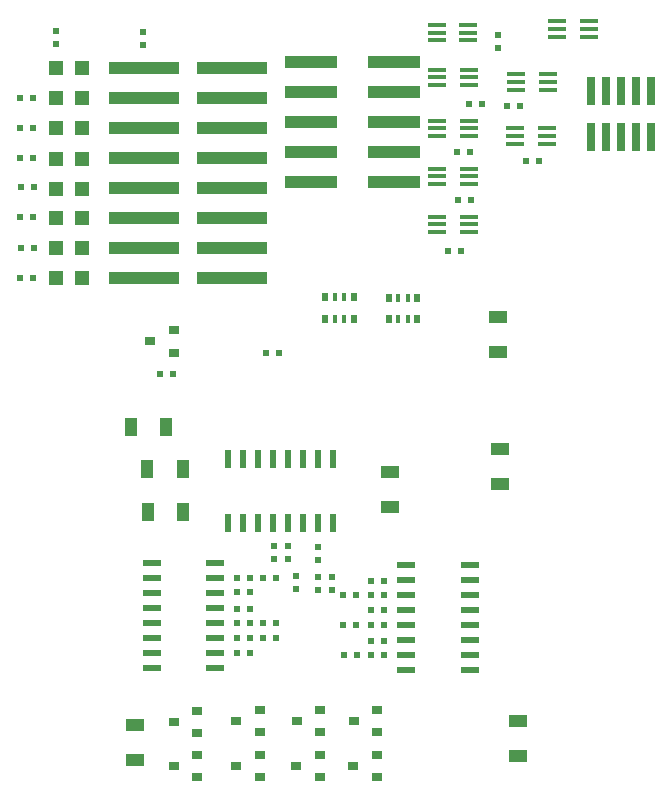
<source format=gbr>
G04 #@! TF.FileFunction,Paste,Top*
%FSLAX46Y46*%
G04 Gerber Fmt 4.6, Leading zero omitted, Abs format (unit mm)*
G04 Created by KiCad (PCBNEW 4.0.7-e2-6376~58~ubuntu16.04.1) date Fri Nov 24 15:55:31 2017*
%MOMM*%
%LPD*%
G01*
G04 APERTURE LIST*
%ADD10C,0.100000*%
%ADD11R,0.600000X1.500000*%
%ADD12R,1.500000X0.600000*%
%ADD13R,4.500000X1.000000*%
%ADD14R,1.500000X0.400000*%
%ADD15R,0.600000X0.500000*%
%ADD16R,0.500000X0.600000*%
%ADD17R,1.000000X1.600000*%
%ADD18R,1.600000X1.000000*%
%ADD19R,0.900000X0.800000*%
%ADD20R,1.200000X1.200000*%
%ADD21R,5.900000X1.100000*%
%ADD22R,0.750000X2.400000*%
%ADD23R,0.500000X0.800000*%
%ADD24R,0.400000X0.800000*%
G04 APERTURE END LIST*
D10*
D11*
X133920000Y-88010000D03*
X135190000Y-88010000D03*
X136460000Y-88010000D03*
X137730000Y-88010000D03*
X139000000Y-88010000D03*
X140270000Y-88010000D03*
X141540000Y-88010000D03*
X142810000Y-88010000D03*
X142810000Y-82610000D03*
X141540000Y-82610000D03*
X140270000Y-82610000D03*
X139000000Y-82610000D03*
X137730000Y-82610000D03*
X136460000Y-82610000D03*
X135190000Y-82610000D03*
X133920000Y-82610000D03*
D12*
X149000000Y-91566000D03*
X149000000Y-92836000D03*
X149000000Y-94106000D03*
X149000000Y-95376000D03*
X149000000Y-96646000D03*
X149000000Y-97916000D03*
X149000000Y-99186000D03*
X149000000Y-100456000D03*
X154400000Y-100456000D03*
X154400000Y-99186000D03*
X154400000Y-97916000D03*
X154400000Y-96646000D03*
X154400000Y-95376000D03*
X154400000Y-94106000D03*
X154400000Y-92836000D03*
X154400000Y-91566000D03*
X132843000Y-100329000D03*
X132843000Y-99059000D03*
X132843000Y-97789000D03*
X132843000Y-96519000D03*
X132843000Y-95249000D03*
X132843000Y-93979000D03*
X132843000Y-92709000D03*
X132843000Y-91439000D03*
X127443000Y-91439000D03*
X127443000Y-92709000D03*
X127443000Y-93979000D03*
X127443000Y-95249000D03*
X127443000Y-96519000D03*
X127443000Y-97789000D03*
X127443000Y-99059000D03*
X127443000Y-100329000D03*
D13*
X147969800Y-59181000D03*
X140929800Y-59181000D03*
X147969800Y-56641000D03*
X140929800Y-56641000D03*
X147969800Y-54101000D03*
X140929800Y-54101000D03*
X147969800Y-51561000D03*
X140929800Y-51561000D03*
X147969800Y-49021000D03*
X140929800Y-49021000D03*
D14*
X154300000Y-63387000D03*
X154300000Y-62737000D03*
X154300000Y-62087000D03*
X151640000Y-62087000D03*
X151640000Y-62737000D03*
X151640000Y-63387000D03*
D15*
X154367000Y-56641000D03*
X153267000Y-56641000D03*
D16*
X126681000Y-46439000D03*
X126681000Y-47539000D03*
D15*
X154325000Y-52577000D03*
X155425000Y-52577000D03*
X152505000Y-65023000D03*
X153605000Y-65023000D03*
X158642000Y-52704000D03*
X157542000Y-52704000D03*
X154494000Y-60705000D03*
X153394000Y-60705000D03*
D17*
X127062000Y-83438000D03*
X130062000Y-83438000D03*
D18*
X158431000Y-104774000D03*
X158431000Y-107774000D03*
D15*
X137118000Y-73660000D03*
X138218000Y-73660000D03*
D16*
X156780000Y-47835000D03*
X156780000Y-46735000D03*
D17*
X127110000Y-87121000D03*
X130110000Y-87121000D03*
D15*
X159151000Y-57403000D03*
X160251000Y-57403000D03*
X129221000Y-75437000D03*
X128121000Y-75437000D03*
D18*
X147636000Y-83692000D03*
X147636000Y-86692000D03*
X156907000Y-84708000D03*
X156907000Y-81708000D03*
D17*
X125665000Y-79882000D03*
X128665000Y-79882000D03*
D18*
X126046000Y-108076000D03*
X126046000Y-105076000D03*
X156780000Y-73532000D03*
X156780000Y-70532000D03*
D19*
X129332000Y-73593000D03*
X129332000Y-71693000D03*
X127332000Y-72643000D03*
D20*
X119358000Y-67308996D03*
X121558000Y-67308996D03*
X119358000Y-64771718D03*
X121558000Y-64771718D03*
X119358000Y-62170940D03*
X121558000Y-62170940D03*
X119349340Y-59723062D03*
X121549340Y-59723062D03*
X119341720Y-54592626D03*
X121541720Y-54592626D03*
X119354420Y-57159884D03*
X121572200Y-57159884D03*
X119358000Y-52056118D03*
X121558000Y-52056118D03*
X119358000Y-49529000D03*
X121558000Y-49529000D03*
D21*
X134224800Y-67232800D03*
X134224800Y-64692800D03*
X134224800Y-62152800D03*
X134224800Y-59612800D03*
X134224800Y-57072800D03*
X134224800Y-54532800D03*
X134224800Y-51992800D03*
X134224800Y-49452800D03*
X126774800Y-67232800D03*
X126774800Y-64692800D03*
X126774800Y-62152800D03*
X126774800Y-59612800D03*
X126774800Y-57072800D03*
X126774800Y-54532800D03*
X126774800Y-51992800D03*
X126774800Y-49452800D03*
D14*
X164448800Y-46827200D03*
X164448800Y-46177200D03*
X164448800Y-45527200D03*
X161788800Y-45527200D03*
X161788800Y-46177200D03*
X161788800Y-46827200D03*
X154300000Y-55259000D03*
X154300000Y-54609000D03*
X154300000Y-53959000D03*
X151640000Y-53959000D03*
X151640000Y-54609000D03*
X151640000Y-55259000D03*
X160904000Y-55894000D03*
X160904000Y-55244000D03*
X160904000Y-54594000D03*
X158244000Y-54594000D03*
X158244000Y-55244000D03*
X158244000Y-55894000D03*
X154240000Y-47146000D03*
X154240000Y-46496000D03*
X154240000Y-45846000D03*
X151580000Y-45846000D03*
X151580000Y-46496000D03*
X151580000Y-47146000D03*
X154300000Y-50941000D03*
X154300000Y-50291000D03*
X154300000Y-49641000D03*
X151640000Y-49641000D03*
X151640000Y-50291000D03*
X151640000Y-50941000D03*
X160964000Y-51322000D03*
X160964000Y-50672000D03*
X160964000Y-50022000D03*
X158304000Y-50022000D03*
X158304000Y-50672000D03*
X158304000Y-51322000D03*
X154300000Y-59323000D03*
X154300000Y-58673000D03*
X154300000Y-58023000D03*
X151640000Y-58023000D03*
X151640000Y-58673000D03*
X151640000Y-59323000D03*
D19*
X131318000Y-105791000D03*
X131318000Y-103891000D03*
X129318000Y-104841000D03*
X131302000Y-109535000D03*
X131302000Y-107635000D03*
X129302000Y-108585000D03*
X136620000Y-105725000D03*
X136620000Y-103825000D03*
X134620000Y-104775000D03*
X136620000Y-109535000D03*
X136620000Y-107635000D03*
X134620000Y-108585000D03*
X141700000Y-109535000D03*
X141700000Y-107635000D03*
X139700000Y-108585000D03*
X141716000Y-105725000D03*
X141716000Y-103825000D03*
X139716000Y-104775000D03*
X146542000Y-105725000D03*
X146542000Y-103825000D03*
X144542000Y-104775000D03*
X146526000Y-109535000D03*
X146526000Y-107635000D03*
X144526000Y-108585000D03*
D22*
X169683200Y-51439800D03*
X169683200Y-55339800D03*
X168413200Y-51439800D03*
X168413200Y-55339800D03*
X167143200Y-51439800D03*
X167143200Y-55339800D03*
X165873200Y-51439800D03*
X165873200Y-55339800D03*
X164603200Y-51439800D03*
X164603200Y-55339800D03*
D15*
X134698000Y-92709000D03*
X135798000Y-92709000D03*
X134698000Y-97789000D03*
X135798000Y-97789000D03*
X134698000Y-96519000D03*
X135798000Y-96519000D03*
D16*
X139000000Y-90000000D03*
X139000000Y-91100000D03*
X141540000Y-90069000D03*
X141540000Y-91169000D03*
D15*
X147101000Y-94106000D03*
X146001000Y-94106000D03*
X147112000Y-96646000D03*
X146012000Y-96646000D03*
X147112000Y-99186000D03*
X146012000Y-99186000D03*
D16*
X137795000Y-91095500D03*
X137795000Y-89995500D03*
D15*
X135798000Y-93878400D03*
X134698000Y-93878400D03*
X135798000Y-95326200D03*
X134698000Y-95326200D03*
X135798000Y-99009200D03*
X134698000Y-99009200D03*
X146012000Y-97993200D03*
X147112000Y-97993200D03*
X146012000Y-95377000D03*
X147112000Y-95377000D03*
X146012000Y-92938600D03*
X147112000Y-92938600D03*
D16*
X142697200Y-92598000D03*
X142697200Y-93698000D03*
D15*
X137957000Y-97789000D03*
X136857000Y-97789000D03*
X137968000Y-96519000D03*
X136868000Y-96519000D03*
X116294000Y-67309000D03*
X117394000Y-67309000D03*
X116352000Y-64769000D03*
X117452000Y-64769000D03*
X137968000Y-92709000D03*
X136868000Y-92709000D03*
D16*
X139635000Y-93640000D03*
X139635000Y-92540000D03*
D15*
X116283000Y-62102000D03*
X117383000Y-62102000D03*
X116352000Y-59562000D03*
X117452000Y-59562000D03*
X143657000Y-94106000D03*
X144757000Y-94106000D03*
D16*
X141540000Y-93698000D03*
X141540000Y-92598000D03*
D15*
X116284920Y-54528720D03*
X117384920Y-54528720D03*
X116259520Y-57083960D03*
X117359520Y-57083960D03*
X143657000Y-96646000D03*
X144757000Y-96646000D03*
X143726000Y-99186000D03*
X144826000Y-99186000D03*
X116273920Y-52069000D03*
X117373920Y-52069000D03*
D16*
X119315000Y-46381000D03*
X119315000Y-47481000D03*
D23*
X144564000Y-68910200D03*
D24*
X142964000Y-68910200D03*
X143764000Y-68910200D03*
D23*
X142164000Y-68910200D03*
D24*
X143764000Y-70710200D03*
D23*
X144564000Y-70710200D03*
D24*
X142964000Y-70710200D03*
D23*
X142164000Y-70710200D03*
X149923400Y-68961000D03*
D24*
X148323400Y-68961000D03*
X149123400Y-68961000D03*
D23*
X147523400Y-68961000D03*
D24*
X149123400Y-70761000D03*
D23*
X149923400Y-70761000D03*
D24*
X148323400Y-70761000D03*
D23*
X147523400Y-70761000D03*
M02*

</source>
